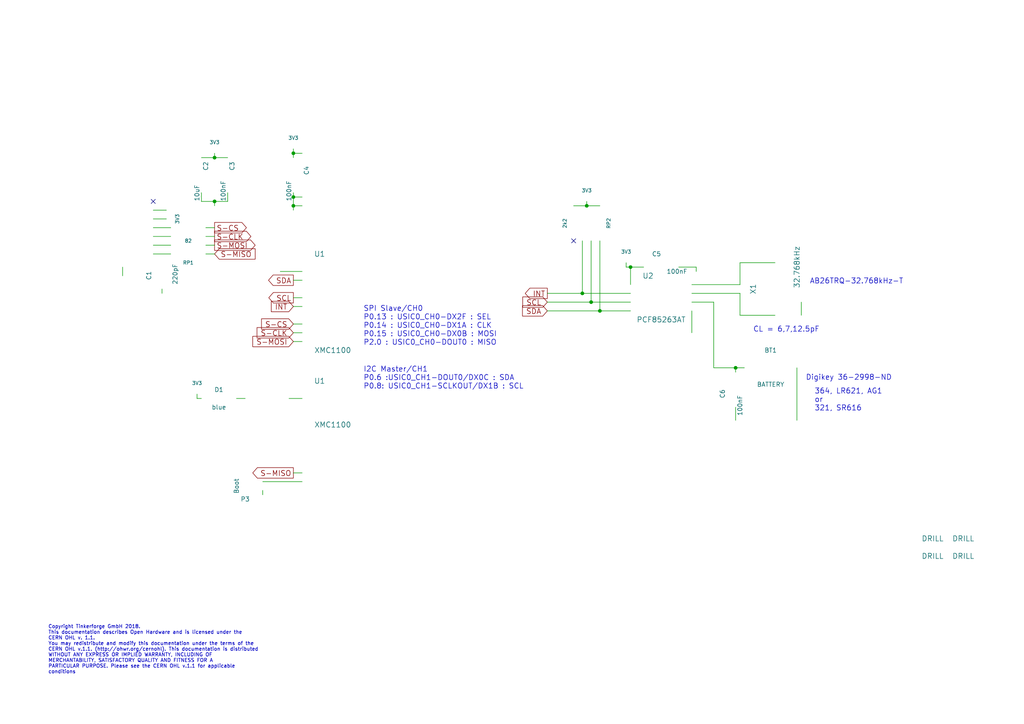
<source format=kicad_sch>
(kicad_sch (version 20230121) (generator eeschema)
  (paper "A4")
  (title_block (title "Real Time Clock Bricklet") (date "2018-01-15") (rev "2.0") (company "Tinkerforge GmbH") (comment 1 "Licensed under CERN OHL v.1.1") (comment 2 "Copyright (©) 2018, B.Nordmeyer <bastian@tinkerforge.com>"))
  (lib_symbols)
  (junction (at 168.91 85.09))
  (junction (at 182.88 77.47))
  (junction (at 62.23 45.72))
  (junction (at 85.09 44.45))
  (junction (at 213.36 106.68))
  (junction (at 170.18 59.69))
  (junction (at 85.09 59.69))
  (junction (at 85.09 57.15))
  (junction (at 173.99 90.17))
  (junction (at 62.23 58.42))
  (junction (at 171.45 87.63))
  (no_connect (at 44.45 58.42))
  (no_connect (at 166.37 69.85))
  (wire (pts (xy 207.01 106.68) (xy 207.01 87.63)))
  (wire (pts (xy 59.69 71.12) (xy 62.23 71.12)))
  (wire (pts (xy 44.45 63.5) (xy 48.26 63.5)))
  (wire (pts (xy 182.88 77.47) (xy 181.61 77.47)))
  (wire (pts (xy 87.63 96.52) (xy 85.09 96.52)))
  (wire (pts (xy 68.58 115.57) (xy 71.12 115.57)))
  (wire (pts (xy 214.63 91.44) (xy 214.63 85.09)))
  (wire (pts (xy 85.09 93.98) (xy 87.63 93.98)))
  (wire (pts (xy 87.63 44.45) (xy 85.09 44.45)))
  (wire (pts (xy 171.45 87.63) (xy 182.88 87.63)))
  (wire (pts (xy 85.09 44.45) (xy 85.09 43.18)))
  (wire (pts (xy 57.15 115.57) (xy 58.42 115.57)))
  (wire (pts (xy 87.63 59.69) (xy 85.09 59.69)))
  (wire (pts (xy 87.63 57.15) (xy 85.09 57.15)))
  (wire (pts (xy 214.63 85.09) (xy 200.66 85.09)))
  (wire (pts (xy 170.18 59.69) (xy 173.99 59.69)))
  (wire (pts (xy 182.88 82.55) (xy 182.88 77.47)))
  (wire (pts (xy 87.63 86.36) (xy 85.09 86.36)))
  (wire (pts (xy 62.23 58.42) (xy 62.23 59.69)))
  (wire (pts (xy 66.04 58.42) (xy 66.04 55.88)))
  (wire (pts (xy 201.93 77.47) (xy 201.93 78.74)))
  (wire (pts (xy 49.53 66.04) (xy 44.45 66.04)))
  (wire (pts (xy 76.2 139.7) (xy 87.63 139.7)))
  (wire (pts (xy 215.9 106.68) (xy 213.36 106.68)))
  (wire (pts (xy 48.26 60.96) (xy 44.45 60.96)))
  (wire (pts (xy 87.63 137.16) (xy 85.09 137.16)))
  (wire (pts (xy 85.09 57.15) (xy 85.09 59.69)))
  (wire (pts (xy 62.23 58.42) (xy 66.04 58.42)))
  (wire (pts (xy 158.75 85.09) (xy 168.91 85.09)))
  (wire (pts (xy 62.23 45.72) (xy 62.23 44.45)))
  (wire (pts (xy 76.2 143.51) (xy 76.2 142.24)))
  (wire (pts (xy 196.85 77.47) (xy 201.93 77.47)))
  (wire (pts (xy 213.36 106.68) (xy 207.01 106.68)))
  (wire (pts (xy 58.42 58.42) (xy 62.23 58.42)))
  (wire (pts (xy 170.18 58.42) (xy 170.18 59.69)))
  (wire (pts (xy 85.09 55.88) (xy 85.09 57.15)))
  (wire (pts (xy 46.99 85.09) (xy 46.99 83.82)))
  (wire (pts (xy 171.45 69.85) (xy 171.45 87.63)))
  (wire (pts (xy 224.79 91.44) (xy 214.63 91.44)))
  (wire (pts (xy 213.36 121.92) (xy 213.36 118.11)))
  (wire (pts (xy 44.45 73.66) (xy 49.53 73.66)))
  (wire (pts (xy 213.36 107.95) (xy 213.36 106.68)))
  (wire (pts (xy 85.09 45.72) (xy 85.09 44.45)))
  (wire (pts (xy 173.99 69.85) (xy 173.99 90.17)))
  (wire (pts (xy 207.01 87.63) (xy 200.66 87.63)))
  (wire (pts (xy 173.99 90.17) (xy 182.88 90.17)))
  (wire (pts (xy 232.41 91.44) (xy 232.41 87.63)))
  (wire (pts (xy 49.53 71.12) (xy 44.45 71.12)))
  (wire (pts (xy 59.69 66.04) (xy 62.23 66.04)))
  (wire (pts (xy 44.45 68.58) (xy 49.53 68.58)))
  (wire (pts (xy 35.56 80.01) (xy 35.56 77.47)))
  (wire (pts (xy 62.23 73.66) (xy 59.69 73.66)))
  (wire (pts (xy 62.23 45.72) (xy 66.04 45.72)))
  (wire (pts (xy 62.23 68.58) (xy 59.69 68.58)))
  (wire (pts (xy 85.09 81.28) (xy 87.63 81.28)))
  (wire (pts (xy 57.15 114.3) (xy 57.15 115.57)))
  (wire (pts (xy 158.75 90.17) (xy 173.99 90.17)))
  (wire (pts (xy 214.63 82.55) (xy 214.63 76.2)))
  (wire (pts (xy 81.28 78.74) (xy 87.63 78.74)))
  (wire (pts (xy 158.75 87.63) (xy 171.45 87.63)))
  (wire (pts (xy 231.14 121.92) (xy 231.14 106.68)))
  (wire (pts (xy 168.91 69.85) (xy 168.91 85.09)))
  (wire (pts (xy 58.42 45.72) (xy 62.23 45.72)))
  (wire (pts (xy 214.63 76.2) (xy 224.79 76.2)))
  (wire (pts (xy 83.82 115.57) (xy 87.63 115.57)))
  (wire (pts (xy 186.69 77.47) (xy 182.88 77.47)))
  (wire (pts (xy 168.91 85.09) (xy 182.88 85.09)))
  (wire (pts (xy 85.09 99.06) (xy 87.63 99.06)))
  (wire (pts (xy 58.42 55.88) (xy 58.42 58.42)))
  (wire (pts (xy 181.61 77.47) (xy 181.61 76.2)))
  (wire (pts (xy 166.37 59.69) (xy 170.18 59.69)))
  (wire (pts (xy 85.09 59.69) (xy 85.09 60.96)))
  (wire (pts (xy 200.66 96.52) (xy 200.66 90.17)))
  (wire (pts (xy 200.66 82.55) (xy 214.63 82.55)))
  (wire (pts (xy 85.09 88.9) (xy 87.63 88.9)))
  (text "Copyright Tinkerforge GmbH 2018.\nThis documentation describes Open Hardware and is licensed under the\nCERN OHL v. 1.1.\nYou may redistribute and modify this documentation under the terms of the\nCERN OHL v.1.1. (http://ohwr.org/cernohl). This documentation is distributed\nWITHOUT ANY EXPRESS OR IMPLIED WARRANTY, INCLUDING OF\nMERCHANTABILITY, SATISFACTORY QUALITY AND FITNESS FOR A\nPARTICULAR PURPOSE. Please see the CERN OHL v.1.1 for applicable\nconditions\n" (at 13.97 195.58 0) (effects (font (size 1.016 1.016)) (justify left bottom)))
  (text "364, LR621, AG1\nor\n321, SR616" (at 236.22 119.38 0) (effects (font (size 1.524 1.524)) (justify left bottom)))
  (text "SPI Slave/CH0\nP0.13 : USIC0_CH0-DX2F : SEL\nP0.14 : USIC0_CH0-DX1A : CLK\nP0.15 : USIC0_CH0-DX0B : MOSI\nP2.0 : USIC0_CH0-DOUT0 : MISO" (at 105.41 100.33 0) (effects (font (size 1.524 1.524)) (justify left bottom)))
  (text "Digikey 36-2998-ND" (at 233.68 110.49 0) (effects (font (size 1.524 1.524)) (justify left bottom)))
  (text "I2C Master/CH1\nP0.6 :USIC0_CH1-DOUT0/DX0C : SDA\nP0.8: USIC0_CH1-SCLKOUT/DX1B : SCL" (at 105.41 113.03 0) (effects (font (size 1.524 1.524)) (justify left bottom)))
  (text " AB26TRQ-32.768kHz-T " (at 233.68 82.55 0) (effects (font (size 1.524 1.524)) (justify left bottom)))
  (text "CL = 6,7,12.5pF" (at 218.44 96.52 0) (effects (font (size 1.524 1.524)) (justify left bottom)))
  (global_label "S-CLK" (shape output) (at 62.23 68.58 0) (effects (font (size 1.524 1.524))) (property "Intersheetrefs" "${INTERSHEET_REFS}" (effects hide)))
  (global_label "S-CLK" (shape input) (at 85.09 96.52 180) (effects (font (size 1.524 1.524))) (property "Intersheetrefs" "${INTERSHEET_REFS}" (effects hide)))
  (global_label "S-MISO" (shape output) (at 85.09 137.16 180) (effects (font (size 1.524 1.524))) (property "Intersheetrefs" "${INTERSHEET_REFS}" (effects hide)))
  (global_label "SCL" (shape output) (at 85.09 86.36 180) (effects (font (size 1.524 1.524))) (property "Intersheetrefs" "${INTERSHEET_REFS}" (effects hide)))
  (global_label "S-CS" (shape input) (at 85.09 93.98 180) (effects (font (size 1.524 1.524))) (property "Intersheetrefs" "${INTERSHEET_REFS}" (effects hide)))
  (global_label "S-MISO" (shape input) (at 62.23 73.66 0) (effects (font (size 1.524 1.524))) (property "Intersheetrefs" "${INTERSHEET_REFS}" (effects hide)))
  (global_label "S-CS" (shape output) (at 62.23 66.04 0) (effects (font (size 1.524 1.524))) (property "Intersheetrefs" "${INTERSHEET_REFS}" (effects hide)))
  (global_label "S-MOSI" (shape output) (at 62.23 71.12 0) (effects (font (size 1.524 1.524))) (property "Intersheetrefs" "${INTERSHEET_REFS}" (effects hide)))
  (global_label "INT" (shape output) (at 158.75 85.09 180) (effects (font (size 1.524 1.524))) (property "Intersheetrefs" "${INTERSHEET_REFS}" (effects hide)))
  (global_label "S-MOSI" (shape input) (at 85.09 99.06 180) (effects (font (size 1.524 1.524))) (property "Intersheetrefs" "${INTERSHEET_REFS}" (effects hide)))
  (global_label "SDA" (shape output) (at 85.09 81.28 180) (effects (font (size 1.524 1.524))) (property "Intersheetrefs" "${INTERSHEET_REFS}" (effects hide)))
  (global_label "SCL" (shape input) (at 158.75 87.63 180) (effects (font (size 1.524 1.524))) (property "Intersheetrefs" "${INTERSHEET_REFS}" (effects hide)))
  (global_label "SDA" (shape input) (at 158.75 90.17 180) (effects (font (size 1.524 1.524))) (property "Intersheetrefs" "${INTERSHEET_REFS}" (effects hide)))
  (global_label "INT" (shape input) (at 85.09 88.9 180) (effects (font (size 1.524 1.524))) (property "Intersheetrefs" "${INTERSHEET_REFS}" (effects hide)))
  (symbol (lib_id "CON-SENSOR2") (at 35.56 66.04 0) (mirror y) (unit 1)
    (property "Reference" "P1" (at 31.75 55.88 0) (effects (font (size 1.524 1.524))))
    (property "Value" "CON-SENSOR" (at 31.75 66.04 90) (effects (font (size 1.524 1.524))))
    (property "Footprint" "kicad-libraries:CON-SENSOR2" (effects hide))
  )
  (symbol (lib_id "GND") (at 35.56 80.01 0) (unit 1)
    (property "Reference" "#PWR02" (effects hide))
    (property "Value" "GND" (effects hide))
  )
  (symbol (lib_id "GND") (at 48.26 60.96 90) (unit 1)
    (property "Reference" "#PWR01" (effects hide))
    (property "Value" "GND" (effects hide))
  )
  (symbol (lib_id "DRILL") (at 279.4 156.21 0) (unit 1)
    (property "Reference" "U5" (effects hide))
    (property "Value" "DRILL" (at 279.4 156.21 0) (effects (font (size 1.524 1.524))))
    (property "Footprint" "kicad-libraries:DRILL_NP" (effects hide))
  )
  (symbol (lib_id "DRILL") (at 279.4 161.29 0) (unit 1)
    (property "Reference" "U6" (effects hide))
    (property "Value" "DRILL" (at 279.4 161.29 0) (effects (font (size 1.524 1.524))))
    (property "Footprint" "kicad-libraries:DRILL_NP" (effects hide))
  )
  (symbol (lib_id "DRILL") (at 270.51 161.29 0) (unit 1)
    (property "Reference" "U4" (effects hide))
    (property "Value" "DRILL" (at 270.51 161.29 0) (effects (font (size 1.524 1.524))))
    (property "Footprint" "kicad-libraries:DRILL_NP" (effects hide))
  )
  (symbol (lib_id "DRILL") (at 270.51 156.21 0) (unit 1)
    (property "Reference" "U3" (effects hide))
    (property "Value" "DRILL" (at 270.51 156.21 0) (effects (font (size 1.524 1.524))))
    (property "Footprint" "kicad-libraries:DRILL_NP" (effects hide))
  )
  (symbol (lib_id "PCF85263AT") (at 191.77 86.36 0) (mirror y) (unit 1)
    (property "Reference" "U2" (at 187.96 80.01 0) (effects (font (size 1.524 1.524))))
    (property "Value" "PCF85263AT" (at 191.77 92.71 0) (effects (font (size 1.524 1.524))))
    (property "Footprint" "kicad-libraries:SO-8" (effects hide))
  )
  (symbol (lib_id "C") (at 191.77 77.47 90) (unit 1)
    (property "Reference" "C5" (at 191.77 73.66 90) (effects (justify left)))
    (property "Value" "100nF" (at 199.39 78.74 90) (effects (justify left)))
    (property "Footprint" "kicad-libraries:C0603F" (effects hide))
  )
  (symbol (lib_id "3V3") (at 181.61 76.2 0) (unit 1)
    (property "Reference" "#PWR03" (effects hide))
    (property "Value" "3V3" (at 181.61 73.025 0) (effects (font (size 1.016 1.016))))
  )
  (symbol (lib_id "GND") (at 201.93 78.74 0) (unit 1)
    (property "Reference" "#PWR04" (effects hide))
    (property "Value" "GND" (effects hide))
  )
  (symbol (lib_id "GND") (at 200.66 96.52 0) (unit 1)
    (property "Reference" "#PWR05" (effects hide))
    (property "Value" "GND" (effects hide))
  )
  (symbol (lib_id "R_PACK4") (at 165.1 64.77 270) (mirror x) (unit 1)
    (property "Reference" "RP2" (at 176.53 64.77 0) (effects (font (size 1.016 1.016))))
    (property "Value" "2k2" (at 163.83 64.77 0) (effects (font (size 1.016 1.016))))
    (property "Footprint" "kicad-libraries:4X0603" (effects hide))
  )
  (symbol (lib_id "3V3") (at 170.18 58.42 0) (unit 1)
    (property "Reference" "#PWR06" (effects hide))
    (property "Value" "3V3" (at 170.18 55.245 0) (effects (font (size 1.016 1.016))))
  )
  (symbol (lib_id "3V3") (at 48.26 63.5 270) (unit 1)
    (property "Reference" "#PWR07" (effects hide))
    (property "Value" "3V3" (at 51.435 63.5 0) (effects (font (size 1.016 1.016))))
  )
  (symbol (lib_id "BATTERY") (at 223.52 106.68 0) (unit 1)
    (property "Reference" "BT1" (at 223.52 101.6 0))
    (property "Value" "BATTERY" (at 223.52 111.506 0))
    (property "Footprint" "kicad-libraries:BATTERY_HOLDER_2998" (effects hide))
  )
  (symbol (lib_id "C") (at 213.36 113.03 0) (unit 1)
    (property "Reference" "C6" (at 209.55 115.57 90) (effects (justify left)))
    (property "Value" "100nF" (at 214.63 120.65 90) (effects (justify left)))
    (property "Footprint" "kicad-libraries:C0603F" (effects hide))
  )
  (symbol (lib_id "GND") (at 213.36 121.92 0) (unit 1)
    (property "Reference" "#PWR08" (effects hide))
    (property "Value" "GND" (effects hide))
  )
  (symbol (lib_id "GND") (at 231.14 121.92 0) (unit 1)
    (property "Reference" "#PWR09" (effects hide))
    (property "Value" "GND" (effects hide))
  )
  (symbol (lib_id "CRYSTAL_3225") (at 224.79 83.82 90) (unit 1)
    (property "Reference" "X1" (at 218.44 83.82 0) (effects (font (size 1.524 1.524))))
    (property "Value" "32.768kHz" (at 231.14 77.47 0) (effects (font (size 1.524 1.524))))
    (property "Footprint" "kicad-libraries:AB26TRQ" (effects hide))
  )
  (symbol (lib_id "GND") (at 232.41 91.44 0) (unit 1)
    (property "Reference" "#PWR010" (effects hide))
    (property "Value" "GND" (effects hide))
  )
  (symbol (lib_id "XMC1XXX24") (at 96.52 52.07 0) (unit 1)
    (property "Reference" "U1" (at 92.71 41.91 0) (effects (font (size 1.524 1.524))))
    (property "Value" "XMC1100" (at 96.52 62.23 0) (effects (font (size 1.524 1.524))))
    (property "Footprint" "kicad-libraries:QFN24-4x4mm-0.5mm" (effects hide))
  )
  (symbol (lib_id "XMC1XXX24") (at 96.52 87.63 0) (unit 2)
    (property "Reference" "U1" (at 92.71 73.66 0) (effects (font (size 1.524 1.524))))
    (property "Value" "XMC1100" (at 96.52 101.6 0) (effects (font (size 1.524 1.524))))
    (property "Footprint" "kicad-libraries:QFN24-4x4mm-0.5mm" (effects hide))
  )
  (symbol (lib_id "XMC1XXX24") (at 96.52 116.84 0) (unit 3)
    (property "Reference" "U1" (at 92.71 110.49 0) (effects (font (size 1.524 1.524))))
    (property "Value" "XMC1100" (at 96.52 123.19 0) (effects (font (size 1.524 1.524))))
    (property "Footprint" "kicad-libraries:QFN24-4x4mm-0.5mm" (effects hide))
  )
  (symbol (lib_id "XMC1XXX24") (at 96.52 146.05 0) (unit 4)
    (property "Reference" "U1" (at 92.71 134.62 0) (effects (font (size 1.524 1.524))))
    (property "Value" "XMC1100" (at 96.52 157.48 0) (effects (font (size 1.524 1.524))))
    (property "Footprint" "kicad-libraries:QFN24-4x4mm-0.5mm" (effects hide))
  )
  (symbol (lib_id "R_PACK4") (at 54.61 74.93 0) (unit 1)
    (property "Reference" "RP1" (at 54.61 76.2 0) (effects (font (size 1.016 1.016))))
    (property "Value" "82" (at 54.61 69.85 0) (effects (font (size 1.016 1.016))))
    (property "Footprint" "kicad-libraries:4X0402" (effects hide))
  )
  (symbol (lib_id "C") (at 46.99 78.74 0) (unit 1)
    (property "Reference" "C1" (at 43.18 81.28 90) (effects (justify left)))
    (property "Value" "220pF" (at 50.8 82.55 90) (effects (justify left)))
    (property "Footprint" "kicad-libraries:C0402F" (effects hide))
  )
  (symbol (lib_id "GND") (at 46.99 85.09 0) (unit 1)
    (property "Reference" "#PWR011" (effects hide))
    (property "Value" "GND" (effects hide))
  )
  (symbol (lib_id "C") (at 85.09 50.8 0) (unit 1)
    (property "Reference" "C4" (at 88.9 50.8 90) (effects (justify left)))
    (property "Value" "100nF" (at 83.82 58.42 90) (effects (justify left)))
    (property "Footprint" "kicad-libraries:C0603F" (effects hide))
  )
  (symbol (lib_id "GND") (at 85.09 60.96 0) (unit 1)
    (property "Reference" "#PWR012" (effects hide))
    (property "Value" "GND" (effects hide))
  )
  (symbol (lib_id "3V3") (at 85.09 43.18 0) (unit 1)
    (property "Reference" "#PWR013" (effects hide))
    (property "Value" "3V3" (at 85.09 40.005 0) (effects (font (size 1.016 1.016))))
  )
  (symbol (lib_id "C") (at 66.04 50.8 0) (unit 1)
    (property "Reference" "C3" (at 67.31 49.53 90) (effects (justify left)))
    (property "Value" "100nF" (at 64.77 58.42 90) (effects (justify left)))
    (property "Footprint" "kicad-libraries:C0603F" (effects hide))
  )
  (symbol (lib_id "C") (at 58.42 50.8 0) (unit 1)
    (property "Reference" "C2" (at 59.69 49.53 90) (effects (justify left)))
    (property "Value" "10uF" (at 57.15 58.42 90) (effects (justify left)))
    (property "Footprint" "kicad-libraries:C0805E" (effects hide))
  )
  (symbol (lib_id "GND") (at 62.23 59.69 0) (unit 1)
    (property "Reference" "#PWR014" (effects hide))
    (property "Value" "GND" (effects hide))
  )
  (symbol (lib_id "3V3") (at 62.23 44.45 0) (unit 1)
    (property "Reference" "#PWR015" (effects hide))
    (property "Value" "3V3" (at 62.23 41.275 0) (effects (font (size 1.016 1.016))))
  )
  (symbol (lib_id "R") (at 77.47 115.57 270) (unit 1)
    (property "Reference" "R1" (at 77.47 117.602 90))
    (property "Value" "1k" (at 77.47 115.57 90))
    (property "Footprint" "kicad-libraries:R0603F" (effects hide))
  )
  (symbol (lib_id "LED") (at 63.5 115.57 0) (unit 1)
    (property "Reference" "D1" (at 63.5 113.03 0))
    (property "Value" "blue" (at 63.5 118.11 0))
    (property "Footprint" "kicad-libraries:D0603F" (effects hide))
  )
  (symbol (lib_id "3V3") (at 57.15 114.3 0) (unit 1)
    (property "Reference" "#PWR016" (effects hide))
    (property "Value" "3V3" (at 57.15 111.125 0) (effects (font (size 1.016 1.016))))
  )
  (symbol (lib_id "CONN_01X02") (at 71.12 140.97 180) (unit 1)
    (property "Reference" "P3" (at 71.12 144.78 0))
    (property "Value" "Boot" (at 68.58 140.97 90))
    (property "Footprint" "kicad-libraries:SolderJumper" (effects hide))
  )
  (symbol (lib_id "GND") (at 76.2 143.51 0) (unit 1)
    (property "Reference" "#PWR017" (effects hide))
    (property "Value" "GND" (effects hide))
  )
  (symbol (lib_id "CONN_01X01") (at 76.2 78.74 180) (unit 1)
    (property "Reference" "P2" (at 76.2 76.2 0))
    (property "Value" "Debug" (at 73.66 78.74 90))
    (property "Footprint" "kicad-libraries:DEBUG_PAD" (effects hide))
  )
)
</source>
